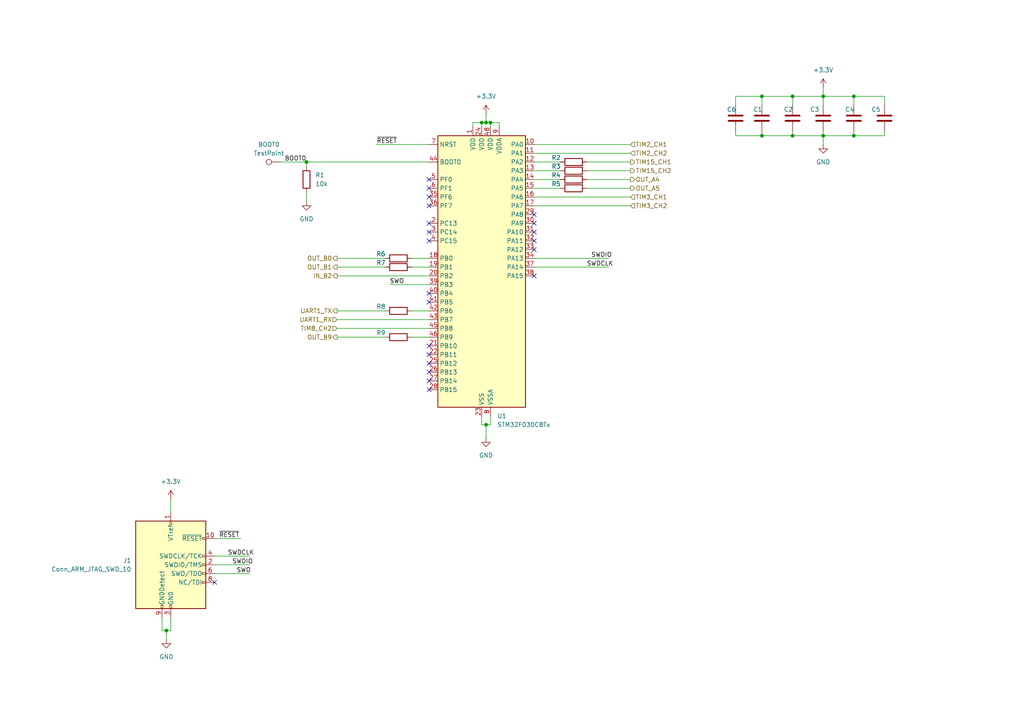
<source format=kicad_sch>
(kicad_sch (version 20230121) (generator eeschema)
  (paper "A4")
  (lib_symbols
    (symbol "Connector:Conn_ARM_JTAG_SWD_10" (pin_names (offset 1.016))
      (property "Reference" "J" (at -2.54 16.51 0))
      (property "Value" "Conn_ARM_JTAG_SWD_10" (at -2.54 13.97 0))
      (symbol "Conn_ARM_JTAG_SWD_10_0_1"
        (rectangle (start -10.16 12.7) (end 10.16 -12.7) (stroke (width 0.254)) (fill (type background)))
        (rectangle (start -2.794 -12.7) (end -2.286 -11.684))
        (rectangle (start -0.254 -12.7) (end 0.254 -11.684))
        (rectangle (start -0.254 12.7) (end 0.254 11.684))
        (rectangle (start 9.144 2.286) (end 10.16 2.794))
        (rectangle (start 10.16 -2.794) (end 9.144 -2.286))
        (rectangle (start 10.16 -0.254) (end 9.144 0.254))
        (rectangle (start 10.16 7.874) (end 9.144 7.366))
      )
      (symbol "Conn_ARM_JTAG_SWD_10_1_1"
        (rectangle (start 9.144 -5.334) (end 10.16 -4.826))
        (pin power_in line (at 0 15.24 270) (length 2.54) (name "VTref") (number "1"))
        (pin open_collector line (at 12.7 7.62 180) (length 2.54) (name "~{RESET}") (number "10"))
        (pin bidirectional line (at 12.7 0 180) (length 2.54) (name "SWDIO/TMS") (number "2"))
        (pin power_in line (at 0 -15.24 90) (length 2.54) (name "GND") (number "3"))
        (pin output line (at 12.7 2.54 180) (length 2.54) (name "SWDCLK/TCK") (number "4"))
        (pin passive line (at 0 -15.24 90) (length 2.54) hide (name "GND") (number "5"))
        (pin input line (at 12.7 -2.54 180) (length 2.54) (name "SWO/TDO") (number "6"))
        (pin no_connect line (at -10.16 0 0) (length 2.54) hide (name "KEY") (number "7"))
        (pin output line (at 12.7 -5.08 180) (length 2.54) (name "NC/TDI") (number "8"))
        (pin passive line (at -2.54 -15.24 90) (length 2.54) (name "GNDDetect") (number "9"))
      )
    )
    (symbol "Connector:TestPoint" (pin_numbers hide) (pin_names (offset 0.762) hide)
      (property "Reference" "TP" (at 0 6.858 0))
      (property "Value" "TestPoint" (at 0 5.08 0))
      (symbol "TestPoint_0_1"
        (circle (center 0 3.302) (radius 0.762))
      )
      (symbol "TestPoint_1_1"
        (pin passive line (at 0 0 90) (length 2.54) (name "1") (number "1"))
      )
    )
    (symbol "Device:C" (pin_numbers hide) (pin_names (offset 0.254))
      (property "Reference" "C" (at 0.635 2.54 0))
      (property "Value" "C" (at 0.635 -2.54 0))
      (symbol "C_0_1"
        (polyline (pts (xy -2.032 -0.762) (xy 2.032 -0.762)) (stroke (width 0.508)))
        (polyline (pts (xy -2.032 0.762) (xy 2.032 0.762)) (stroke (width 0.508)))
      )
      (symbol "C_1_1"
        (pin passive line (at 0 3.81 270) (length 2.794) (name "~") (number "1"))
        (pin passive line (at 0 -3.81 90) (length 2.794) (name "~") (number "2"))
      )
    )
    (symbol "Device:R" (pin_numbers hide) (pin_names (offset 0))
      (property "Reference" "R" (at 2.032 0 90))
      (property "Value" "R" (at 0 0 90))
      (symbol "R_0_1"
        (rectangle (start -1.016 -2.54) (end 1.016 2.54) (stroke (width 0.254)))
      )
      (symbol "R_1_1"
        (pin passive line (at 0 3.81 270) (length 1.27) (name "~") (number "1"))
        (pin passive line (at 0 -3.81 90) (length 1.27) (name "~") (number "2"))
      )
    )
    (symbol "MCU_ST_STM32F0:STM32F030C8Tx"
      (property "Reference" "U" (at -12.7 41.91 0))
      (property "Value" "STM32F030C8Tx" (at 7.62 41.91 0))
      (symbol "STM32F030C8Tx_0_1"
        (rectangle (start -12.7 -38.1) (end 12.7 40.64) (stroke (width 0.254)) (fill (type background)))
      )
      (symbol "STM32F030C8Tx_1_1"
        (pin power_in line (at -2.54 43.18 270) (length 2.54) (name "VDD") (number "1"))
        (pin bidirectional line (at 15.24 38.1 180) (length 2.54) (name "PA0") (number "10"))
        (pin bidirectional line (at 15.24 35.56 180) (length 2.54) (name "PA1") (number "11"))
        (pin bidirectional line (at 15.24 33.02 180) (length 2.54) (name "PA2") (number "12"))
        (pin bidirectional line (at 15.24 30.48 180) (length 2.54) (name "PA3") (number "13"))
        (pin bidirectional line (at 15.24 27.94 180) (length 2.54) (name "PA4") (number "14"))
        (pin bidirectional line (at 15.24 25.4 180) (length 2.54) (name "PA5") (number "15"))
        (pin bidirectional line (at 15.24 22.86 180) (length 2.54) (name "PA6") (number "16"))
        (pin bidirectional line (at 15.24 20.32 180) (length 2.54) (name "PA7") (number "17"))
        (pin bidirectional line (at -15.24 5.08 0) (length 2.54) (name "PB0") (number "18"))
        (pin bidirectional line (at -15.24 2.54 0) (length 2.54) (name "PB1") (number "19"))
        (pin bidirectional line (at -15.24 15.24 0) (length 2.54) (name "PC13") (number "2"))
        (pin bidirectional line (at -15.24 0 0) (length 2.54) (name "PB2") (number "20"))
        (pin bidirectional line (at -15.24 -20.32 0) (length 2.54) (name "PB10") (number "21"))
        (pin bidirectional line (at -15.24 -22.86 0) (length 2.54) (name "PB11") (number "22"))
        (pin power_in line (at 0 -40.64 90) (length 2.54) (name "VSS") (number "23"))
        (pin power_in line (at 0 43.18 270) (length 2.54) (name "VDD") (number "24"))
        (pin bidirectional line (at -15.24 -25.4 0) (length 2.54) (name "PB12") (number "25"))
        (pin bidirectional line (at -15.24 -27.94 0) (length 2.54) (name "PB13") (number "26"))
        (pin bidirectional line (at -15.24 -30.48 0) (length 2.54) (name "PB14") (number "27"))
        (pin bidirectional line (at -15.24 -33.02 0) (length 2.54) (name "PB15") (number "28"))
        (pin bidirectional line (at 15.24 17.78 180) (length 2.54) (name "PA8") (number "29"))
        (pin bidirectional line (at -15.24 12.7 0) (length 2.54) (name "PC14") (number "3"))
        (pin bidirectional line (at 15.24 15.24 180) (length 2.54) (name "PA9") (number "30"))
        (pin bidirectional line (at 15.24 12.7 180) (length 2.54) (name "PA10") (number "31"))
        (pin bidirectional line (at 15.24 10.16 180) (length 2.54) (name "PA11") (number "32"))
        (pin bidirectional line (at 15.24 7.62 180) (length 2.54) (name "PA12") (number "33"))
        (pin bidirectional line (at 15.24 5.08 180) (length 2.54) (name "PA13") (number "34"))
        (pin bidirectional line (at -15.24 22.86 0) (length 2.54) (name "PF6") (number "35"))
        (pin bidirectional line (at -15.24 20.32 0) (length 2.54) (name "PF7") (number "36"))
        (pin bidirectional line (at 15.24 2.54 180) (length 2.54) (name "PA14") (number "37"))
        (pin bidirectional line (at 15.24 0 180) (length 2.54) (name "PA15") (number "38"))
        (pin bidirectional line (at -15.24 -2.54 0) (length 2.54) (name "PB3") (number "39"))
        (pin bidirectional line (at -15.24 10.16 0) (length 2.54) (name "PC15") (number "4"))
        (pin bidirectional line (at -15.24 -5.08 0) (length 2.54) (name "PB4") (number "40"))
        (pin bidirectional line (at -15.24 -7.62 0) (length 2.54) (name "PB5") (number "41"))
        (pin bidirectional line (at -15.24 -10.16 0) (length 2.54) (name "PB6") (number "42"))
        (pin bidirectional line (at -15.24 -12.7 0) (length 2.54) (name "PB7") (number "43"))
        (pin input line (at -15.24 33.02 0) (length 2.54) (name "BOOT0") (number "44"))
        (pin bidirectional line (at -15.24 -15.24 0) (length 2.54) (name "PB8") (number "45"))
        (pin bidirectional line (at -15.24 -17.78 0) (length 2.54) (name "PB9") (number "46"))
        (pin passive line (at 0 -40.64 90) (length 2.54) hide (name "VSS") (number "47"))
        (pin power_in line (at 2.54 43.18 270) (length 2.54) (name "VDD") (number "48"))
        (pin bidirectional line (at -15.24 27.94 0) (length 2.54) (name "PF0") (number "5"))
        (pin bidirectional line (at -15.24 25.4 0) (length 2.54) (name "PF1") (number "6"))
        (pin input line (at -15.24 38.1 0) (length 2.54) (name "NRST") (number "7"))
        (pin power_in line (at 2.54 -40.64 90) (length 2.54) (name "VSSA") (number "8"))
        (pin power_in line (at 5.08 43.18 270) (length 2.54) (name "VDDA") (number "9"))
      )
    )
    (symbol "power:+3.3V" (power) (pin_names (offset 0))
      (property "Value" "+3.3V" (at 0 3.556 0))
      (symbol "+3.3V_0_1"
        (polyline (pts (xy -0.762 1.27) (xy 0 2.54)))
        (polyline (pts (xy 0 0) (xy 0 2.54)))
        (polyline (pts (xy 0 2.54) (xy 0.762 1.27)))
      )
      (symbol "+3.3V_1_1"
        (pin power_in line (at 0 0 90) (length 0) hide (name "+3.3V") (number "1"))
      )
    )
    (symbol "power:GND" (power) (pin_names (offset 0))
      (property "Value" "GND" (at 0 -3.81 0))
      (symbol "GND_0_1"
        (polyline (pts (xy 0 0) (xy 0 -1.27) (xy 1.27 -1.27) (xy 0 -2.54) (xy -1.27 -1.27) (xy 0 -1.27)))
      )
      (symbol "GND_1_1"
        (pin power_in line (at 0 0 270) (length 0) hide (name "GND") (number "1"))
      )
    )
  )
  (junction (at 247.65 27.94))
  (junction (at 140.97 123.19))
  (junction (at 142.24 35.56))
  (junction (at 229.87 27.94))
  (junction (at 220.98 27.94))
  (junction (at 48.26 182.88))
  (junction (at 139.7 35.56))
  (junction (at 238.76 39.37))
  (junction (at 229.87 39.37))
  (junction (at 220.98 39.37))
  (junction (at 238.76 27.94))
  (junction (at 140.97 35.56))
  (junction (at 247.65 39.37))
  (junction (at 88.9 46.99))
  (no_connect (at 124.46 69.85))
  (no_connect (at 154.94 62.23))
  (no_connect (at 124.46 105.41))
  (no_connect (at 124.46 102.87))
  (no_connect (at 154.94 80.01))
  (no_connect (at 124.46 54.61))
  (no_connect (at 124.46 57.15))
  (no_connect (at 124.46 110.49))
  (no_connect (at 124.46 85.09))
  (no_connect (at 154.94 69.85))
  (no_connect (at 124.46 52.07))
  (no_connect (at 154.94 67.31))
  (no_connect (at 124.46 64.77))
  (no_connect (at 154.94 64.77))
  (no_connect (at 124.46 67.31))
  (no_connect (at 124.46 59.69))
  (no_connect (at 124.46 107.95))
  (no_connect (at 154.94 72.39))
  (no_connect (at 124.46 87.63))
  (no_connect (at 124.46 100.33))
  (no_connect (at 62.23 168.91))
  (no_connect (at 124.46 113.03))
  (wire (pts (xy 140.97 123.19) (xy 140.97 127)))
  (wire (pts (xy 137.16 36.83) (xy 137.16 35.56)))
  (wire (pts (xy 49.53 144.78) (xy 49.53 148.59)))
  (wire (pts (xy 154.94 57.15) (xy 182.88 57.15)))
  (wire (pts (xy 88.9 46.99) (xy 88.9 48.26)))
  (wire (pts (xy 154.94 59.69) (xy 182.88 59.69)))
  (wire (pts (xy 170.18 52.07) (xy 182.88 52.07)))
  (wire (pts (xy 137.16 35.56) (xy 139.7 35.56)))
  (wire (pts (xy 213.36 39.37) (xy 220.98 39.37)))
  (wire (pts (xy 62.23 161.29) (xy 72.39 161.29)))
  (wire (pts (xy 154.94 41.91) (xy 182.88 41.91)))
  (wire (pts (xy 220.98 38.1) (xy 220.98 39.37)))
  (wire (pts (xy 220.98 27.94) (xy 229.87 27.94)))
  (wire (pts (xy 247.65 38.1) (xy 247.65 39.37)))
  (wire (pts (xy 256.54 30.48) (xy 256.54 27.94)))
  (wire (pts (xy 97.79 80.01) (xy 124.46 80.01)))
  (wire (pts (xy 88.9 55.88) (xy 88.9 58.42)))
  (wire (pts (xy 256.54 38.1) (xy 256.54 39.37)))
  (wire (pts (xy 154.94 49.53) (xy 162.56 49.53)))
  (wire (pts (xy 119.38 74.93) (xy 124.46 74.93)))
  (wire (pts (xy 140.97 35.56) (xy 139.7 35.56)))
  (wire (pts (xy 97.79 74.93) (xy 111.76 74.93)))
  (wire (pts (xy 144.78 35.56) (xy 142.24 35.56)))
  (wire (pts (xy 229.87 27.94) (xy 238.76 27.94)))
  (wire (pts (xy 170.18 49.53) (xy 182.88 49.53)))
  (wire (pts (xy 154.94 54.61) (xy 162.56 54.61)))
  (wire (pts (xy 139.7 123.19) (xy 140.97 123.19)))
  (wire (pts (xy 154.94 46.99) (xy 162.56 46.99)))
  (wire (pts (xy 238.76 39.37) (xy 238.76 41.91)))
  (wire (pts (xy 256.54 27.94) (xy 247.65 27.94)))
  (wire (pts (xy 88.9 46.99) (xy 124.46 46.99)))
  (wire (pts (xy 62.23 166.37) (xy 72.39 166.37)))
  (wire (pts (xy 81.28 46.99) (xy 88.9 46.99)))
  (wire (pts (xy 229.87 30.48) (xy 229.87 27.94)))
  (wire (pts (xy 229.87 39.37) (xy 238.76 39.37)))
  (wire (pts (xy 154.94 52.07) (xy 162.56 52.07)))
  (wire (pts (xy 97.79 97.79) (xy 111.76 97.79)))
  (wire (pts (xy 97.79 92.71) (xy 124.46 92.71)))
  (wire (pts (xy 213.36 38.1) (xy 213.36 39.37)))
  (wire (pts (xy 46.99 179.07) (xy 46.99 182.88)))
  (wire (pts (xy 220.98 39.37) (xy 229.87 39.37)))
  (wire (pts (xy 97.79 90.17) (xy 111.76 90.17)))
  (wire (pts (xy 97.79 77.47) (xy 111.76 77.47)))
  (wire (pts (xy 213.36 27.94) (xy 220.98 27.94)))
  (wire (pts (xy 48.26 182.88) (xy 48.26 185.42)))
  (wire (pts (xy 46.99 182.88) (xy 48.26 182.88)))
  (wire (pts (xy 256.54 39.37) (xy 247.65 39.37)))
  (wire (pts (xy 154.94 77.47) (xy 176.53 77.47)))
  (wire (pts (xy 238.76 27.94) (xy 238.76 30.48)))
  (wire (pts (xy 113.03 82.55) (xy 124.46 82.55)))
  (wire (pts (xy 220.98 30.48) (xy 220.98 27.94)))
  (wire (pts (xy 119.38 90.17) (xy 124.46 90.17)))
  (wire (pts (xy 97.79 95.25) (xy 124.46 95.25)))
  (wire (pts (xy 139.7 35.56) (xy 139.7 36.83)))
  (wire (pts (xy 119.38 77.47) (xy 124.46 77.47)))
  (wire (pts (xy 142.24 123.19) (xy 140.97 123.19)))
  (wire (pts (xy 119.38 97.79) (xy 124.46 97.79)))
  (wire (pts (xy 49.53 179.07) (xy 49.53 182.88)))
  (wire (pts (xy 139.7 120.65) (xy 139.7 123.19)))
  (wire (pts (xy 144.78 36.83) (xy 144.78 35.56)))
  (wire (pts (xy 140.97 33.02) (xy 140.97 35.56)))
  (wire (pts (xy 154.94 74.93) (xy 176.53 74.93)))
  (wire (pts (xy 142.24 35.56) (xy 140.97 35.56)))
  (wire (pts (xy 238.76 38.1) (xy 238.76 39.37)))
  (wire (pts (xy 238.76 25.4) (xy 238.76 27.94)))
  (wire (pts (xy 229.87 38.1) (xy 229.87 39.37)))
  (wire (pts (xy 170.18 46.99) (xy 182.88 46.99)))
  (wire (pts (xy 109.22 41.91) (xy 124.46 41.91)))
  (wire (pts (xy 154.94 44.45) (xy 182.88 44.45)))
  (wire (pts (xy 170.18 54.61) (xy 182.88 54.61)))
  (wire (pts (xy 247.65 39.37) (xy 238.76 39.37)))
  (wire (pts (xy 62.23 163.83) (xy 72.39 163.83)))
  (wire (pts (xy 247.65 27.94) (xy 238.76 27.94)))
  (wire (pts (xy 62.23 156.21) (xy 69.85 156.21)))
  (wire (pts (xy 247.65 30.48) (xy 247.65 27.94)))
  (wire (pts (xy 213.36 30.48) (xy 213.36 27.94)))
  (wire (pts (xy 142.24 120.65) (xy 142.24 123.19)))
  (wire (pts (xy 49.53 182.88) (xy 48.26 182.88)))
  (wire (pts (xy 142.24 36.83) (xy 142.24 35.56)))
  (label "SWDCLK" (at 170.18 77.47 0))
  (label "SWDIO" (at 67.31 163.83 0))
  (label "SWDCLK" (at 66.04 161.29 0))
  (label "~{RESET}" (at 109.22 41.91 0))
  (label "SWO" (at 113.03 82.55 0))
  (label "SWO" (at 68.58 166.37 0))
  (label "SWDIO" (at 171.45 74.93 0))
  (label "BOOT0" (at 82.55 46.99 0))
  (label "~{RESET}" (at 63.5 156.21 0))
  (hierarchical_label "UART1_RX" (shape input) (at 97.79 92.71 180))
  (hierarchical_label "TIM3_CH1" (shape input) (at 182.88 57.15 0))
  (hierarchical_label "OUT_B9" (shape output) (at 97.79 97.79 180))
  (hierarchical_label "TIM2_CH2" (shape input) (at 182.88 44.45 0))
  (hierarchical_label "UART1_TX" (shape output) (at 97.79 90.17 180))
  (hierarchical_label "IN_B2" (shape output) (at 97.79 80.01 180))
  (hierarchical_label "TIM15_CH1" (shape output) (at 182.88 46.99 0))
  (hierarchical_label "TIM8_CH2" (shape input) (at 97.79 95.25 180))
  (hierarchical_label "TIM2_CH1" (shape input) (at 182.88 41.91 0))
  (hierarchical_label "OUT_A4" (shape output) (at 182.88 52.07 0))
  (hierarchical_label "OUT_B1" (shape output) (at 97.79 77.47 180))
  (hierarchical_label "OUT_A5" (shape output) (at 182.88 54.61 0))
  (hierarchical_label "OUT_B0" (shape output) (at 97.79 74.93 180))
  (hierarchical_label "TIM15_CH2" (shape output) (at 182.88 49.53 0))
  (hierarchical_label "TIM3_CH2" (shape input) (at 182.88 59.69 0))
  (symbol (lib_id "Device:R") (at 88.9 52.07 0) (unit 1)
    (property "Reference" "R1" (at 91.44 50.8 0) (effects (justify left)))
    (property "Value" "10k" (at 91.44 53.34 0) (effects (justify left)))
    (property "Footprint" "Resistor_SMD:R_0603_1608Metric" (effects hide))
  )
  (symbol (lib_id "Device:C") (at 213.36 34.29 0) (unit 1)
    (property "Reference" "C6" (at 210.82 31.75 0) (effects (justify left)))
    (property "Value" "2.2uF" (effects hide))
    (property "Footprint" "Capacitor_SMD:C_0603_1608Metric" (effects hide))
  )
  (symbol (lib_id "power:GND") (at 48.26 185.42 0) (unit 1)
    (property "Reference" "#PWR06" (effects hide))
    (property "Value" "GND" (at 48.26 190.5 0))
  )
  (symbol (lib_id "Device:C") (at 229.87 34.29 0) (unit 1)
    (property "Reference" "C2" (at 227.33 31.75 0) (effects (justify left)))
    (property "Value" "0.1uF" (effects hide))
    (property "Footprint" "Capacitor_SMD:C_0603_1608Metric" (effects hide))
  )
  (symbol (lib_id "Connector:TestPoint") (at 81.28 46.99 90) (unit 1)
    (property "Reference" "BOOT0" (at 77.978 41.91 90))
    (property "Value" "TestPoint" (at 77.978 44.45 90))
    (property "Footprint" "TestPoint:TestPoint_Pad_D1.5mm" (effects hide))
  )
  (symbol (lib_id "Device:R") (at 115.57 77.47 90) (unit 1)
    (property "Reference" "R7" (at 110.49 76.2 90))
    (property "Value" "100" (effects hide))
    (property "Footprint" "Resistor_SMD:R_0603_1608Metric" (effects hide))
  )
  (symbol (lib_id "power:GND") (at 238.76 41.91 0) (unit 1)
    (property "Reference" "#PWR04" (effects hide))
    (property "Value" "GND" (at 238.76 46.99 0))
  )
  (symbol (lib_id "Connector:Conn_ARM_JTAG_SWD_10") (at 49.53 163.83 0) (unit 1)
    (property "Reference" "J1" (at 38.1 162.56 0) (effects (justify right)))
    (property "Value" "Conn_ARM_JTAG_SWD_10" (at 38.1 165.1 0) (effects (justify right)))
    (property "Footprint" "Connector_PinHeader_1.27mm:PinHeader_2x05_P1.27mm_Vertical" (effects hide))
    (property "Datasheet" "http://infocenter.arm.com/help/topic/com.arm.doc.ddi0314h/DDI0314H_coresight_components_trm.pdf" (effects hide))
  )
  (symbol (lib_id "Device:R") (at 166.37 54.61 90) (unit 1)
    (property "Reference" "R5" (at 161.29 53.34 90))
    (property "Value" "100" (effects hide))
    (property "Footprint" "Resistor_SMD:R_0603_1608Metric" (effects hide))
  )
  (symbol (lib_id "Device:R") (at 115.57 74.93 90) (unit 1)
    (property "Reference" "R6" (at 110.49 73.66 90))
    (property "Value" "100" (effects hide))
    (property "Footprint" "Resistor_SMD:R_0603_1608Metric" (effects hide))
  )
  (symbol (lib_id "Device:R") (at 115.57 90.17 90) (unit 1)
    (property "Reference" "R8" (at 110.49 88.9 90))
    (property "Value" "100" (effects hide))
    (property "Footprint" "Resistor_SMD:R_0603_1608Metric" (effects hide))
  )
  (symbol (lib_id "Device:R") (at 166.37 46.99 90) (unit 1)
    (property "Reference" "R2" (at 161.29 45.72 90))
    (property "Value" "100" (effects hide))
    (property "Footprint" "Resistor_SMD:R_0603_1608Metric" (effects hide))
  )
  (symbol (lib_id "MCU_ST_STM32F0:STM32F030C8Tx") (at 139.7 80.01 0) (unit 1)
    (property "Reference" "U1" (at 144.1959 120.65 0) (effects (justify left)))
    (property "Value" "STM32F030C8Tx" (at 144.1959 123.19 0) (effects (justify left)))
    (property "Footprint" "Package_QFP:LQFP-48_7x7mm_P0.5mm" (effects hide))
    (property "Datasheet" "https://www.st.com/resource/en/datasheet/stm32f030c8.pdf" (effects hide))
  )
  (symbol (lib_id "Device:R") (at 115.57 97.79 90) (unit 1)
    (property "Reference" "R9" (at 110.49 96.52 90))
    (property "Value" "100" (effects hide))
    (property "Footprint" "Resistor_SMD:R_0603_1608Metric" (effects hide))
  )
  (symbol (lib_id "power:+3.3V") (at 238.76 25.4 0) (unit 1)
    (property "Reference" "#PWR03" (effects hide))
    (property "Value" "+3.3V" (at 238.76 20.32 0))
  )
  (symbol (lib_id "Device:R") (at 166.37 49.53 90) (unit 1)
    (property "Reference" "R3" (at 161.29 48.26 90))
    (property "Value" "100" (effects hide))
    (property "Footprint" "Resistor_SMD:R_0603_1608Metric" (effects hide))
  )
  (symbol (lib_id "Device:C") (at 247.65 34.29 0) (unit 1)
    (property "Reference" "C4" (at 245.11 31.75 0) (effects (justify left)))
    (property "Value" "0.1uF" (effects hide))
    (property "Footprint" "Capacitor_SMD:C_0603_1608Metric" (effects hide))
  )
  (symbol (lib_id "Device:C") (at 256.54 34.29 0) (unit 1)
    (property "Reference" "C5" (at 252.73 31.75 0) (effects (justify left)))
    (property "Value" "0.1uF" (effects hide))
    (property "Footprint" "Capacitor_SMD:C_0603_1608Metric" (effects hide))
  )
  (symbol (lib_id "power:+3.3V") (at 140.97 33.02 0) (unit 1)
    (property "Reference" "#PWR01" (effects hide))
    (property "Value" "+3.3V" (at 140.97 27.94 0))
  )
  (symbol (lib_id "Device:C") (at 238.76 34.29 0) (unit 1)
    (property "Reference" "C3" (at 234.95 31.75 0) (effects (justify left)))
    (property "Value" "0.1uF" (effects hide))
    (property "Footprint" "Capacitor_SMD:C_0603_1608Metric" (effects hide))
  )
  (symbol (lib_id "power:GND") (at 88.9 58.42 0) (unit 1)
    (property "Reference" "#PWR07" (effects hide))
    (property "Value" "GND" (at 88.9 63.5 0))
  )
  (symbol (lib_id "power:+3.3V") (at 49.53 144.78 0) (unit 1)
    (property "Reference" "#PWR05" (effects hide))
    (property "Value" "+3.3V" (at 49.53 139.7 0))
  )
  (symbol (lib_id "Device:R") (at 166.37 52.07 90) (unit 1)
    (property "Reference" "R4" (at 161.29 50.8 90))
    (property "Value" "100" (effects hide))
    (property "Footprint" "Resistor_SMD:R_0603_1608Metric" (effects hide))
  )
  (symbol (lib_id "power:GND") (at 140.97 127 0) (unit 1)
    (property "Reference" "#PWR02" (effects hide))
    (property "Value" "GND" (at 140.97 132.08 0))
  )
  (symbol (lib_id "Device:C") (at 220.98 34.29 0) (unit 1)
    (property "Reference" "C1" (at 218.44 31.75 0) (effects (justify left)))
    (property "Value" "2.2uF" (effects hide))
    (property "Footprint" "Capacitor_SMD:C_0603_1608Metric" (effects hide))
  )
)
</source>
